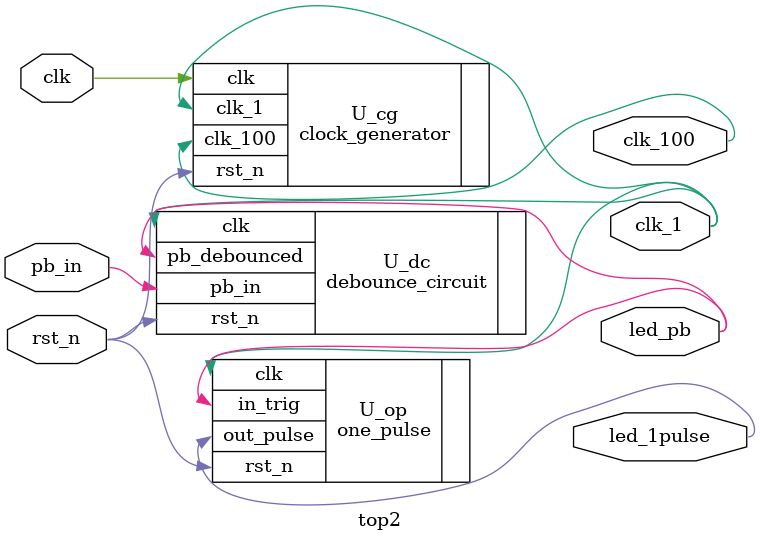
<source format=v>
`timescale 1ns / 1ps
module top2(
  clk, // Clock from crystal
  rst_n, //active low reset
  pb_in, //push button input
  led_pb, // LED display output (push button)
  led_1pulse, // LED display output (1 pulse)
  clk_1,
  clk_100
);

// Declare I/Os
input clk; // Clock from crystal
input rst_n; //active low reset
input pb_in; //push button input
output led_pb; // LED display output (push button)
output led_1pulse; // LED display output (1 pulse)
output clk_1;
output clk_100;
// Declare internal nodes
wire pb_debounced; // push button debounced output
wire clk_100;
// Clock generator module
clock_generator U_cg(
  .clk(clk), // clock from crystal
  .rst_n(rst_n), // active low reset
  .clk_1(clk_1), // generated 1 Hz clock
  .clk_100(clk_100) // generated 100 Hz clock
);

// debounce circuit
debounce_circuit U_dc(
  .clk(clk_1), // clock control
  .rst_n(rst_n), // reset
  .pb_in(pb_in), //push button input
  .pb_debounced(led_pb) // debounced push button output
);

// 1 pulse generation circuit
one_pulse U_op(
  .clk(clk_1),  // clock input
  .rst_n(rst_n), //active low reset
  .in_trig(led_pb), // input trigger
  .out_pulse(led_1pulse) // output one pulse 
);

endmodule

</source>
